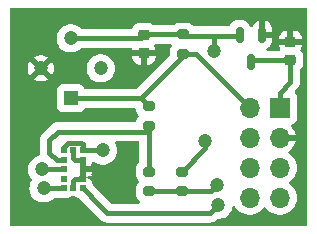
<source format=gbr>
%TF.GenerationSoftware,KiCad,Pcbnew,7.0.2*%
%TF.CreationDate,2023-05-24T09:21:19+02:00*%
%TF.ProjectId,PCB_Ewine,5043425f-4577-4696-9e65-2e6b69636164,rev?*%
%TF.SameCoordinates,Original*%
%TF.FileFunction,Copper,L1,Top*%
%TF.FilePolarity,Positive*%
%FSLAX46Y46*%
G04 Gerber Fmt 4.6, Leading zero omitted, Abs format (unit mm)*
G04 Created by KiCad (PCBNEW 7.0.2) date 2023-05-24 09:21:19*
%MOMM*%
%LPD*%
G01*
G04 APERTURE LIST*
G04 Aperture macros list*
%AMRoundRect*
0 Rectangle with rounded corners*
0 $1 Rounding radius*
0 $2 $3 $4 $5 $6 $7 $8 $9 X,Y pos of 4 corners*
0 Add a 4 corners polygon primitive as box body*
4,1,4,$2,$3,$4,$5,$6,$7,$8,$9,$2,$3,0*
0 Add four circle primitives for the rounded corners*
1,1,$1+$1,$2,$3*
1,1,$1+$1,$4,$5*
1,1,$1+$1,$6,$7*
1,1,$1+$1,$8,$9*
0 Add four rect primitives between the rounded corners*
20,1,$1+$1,$2,$3,$4,$5,0*
20,1,$1+$1,$4,$5,$6,$7,0*
20,1,$1+$1,$6,$7,$8,$9,0*
20,1,$1+$1,$8,$9,$2,$3,0*%
G04 Aperture macros list end*
%TA.AperFunction,SMDPad,CuDef*%
%ADD10RoundRect,0.200000X0.275000X-0.200000X0.275000X0.200000X-0.275000X0.200000X-0.275000X-0.200000X0*%
%TD*%
%TA.AperFunction,SMDPad,CuDef*%
%ADD11RoundRect,0.225000X0.250000X-0.225000X0.250000X0.225000X-0.250000X0.225000X-0.250000X-0.225000X0*%
%TD*%
%TA.AperFunction,SMDPad,CuDef*%
%ADD12RoundRect,0.200000X-0.275000X0.200000X-0.275000X-0.200000X0.275000X-0.200000X0.275000X0.200000X0*%
%TD*%
%TA.AperFunction,ComponentPad*%
%ADD13R,1.198000X1.198000*%
%TD*%
%TA.AperFunction,ComponentPad*%
%ADD14C,1.198000*%
%TD*%
%TA.AperFunction,SMDPad,CuDef*%
%ADD15RoundRect,0.150000X-0.150000X0.512500X-0.150000X-0.512500X0.150000X-0.512500X0.150000X0.512500X0*%
%TD*%
%TA.AperFunction,ComponentPad*%
%ADD16R,1.700000X1.700000*%
%TD*%
%TA.AperFunction,ComponentPad*%
%ADD17O,1.700000X1.700000*%
%TD*%
%TA.AperFunction,SMDPad,CuDef*%
%ADD18R,0.508000X0.508000*%
%TD*%
%TA.AperFunction,SMDPad,CuDef*%
%ADD19RoundRect,0.225000X-0.250000X0.225000X-0.250000X-0.225000X0.250000X-0.225000X0.250000X0.225000X0*%
%TD*%
%TA.AperFunction,ViaPad*%
%ADD20C,1.200000*%
%TD*%
%TA.AperFunction,Conductor*%
%ADD21C,0.400000*%
%TD*%
G04 APERTURE END LIST*
D10*
%TO.P,R2,1*%
%TO.N,/SCL*%
X144500000Y-38925000D03*
%TO.P,R2,2*%
%TO.N,/3.6V*%
X144500000Y-37275000D03*
%TD*%
D11*
%TO.P,C4,1*%
%TO.N,/5V*%
X153600000Y-39450000D03*
%TO.P,C4,2*%
%TO.N,/GND*%
X153600000Y-37900000D03*
%TD*%
D12*
%TO.P,R5,1*%
%TO.N,/SCL_VL*%
X141600000Y-48900000D03*
%TO.P,R5,2*%
%TO.N,/3.3V*%
X141600000Y-50550000D03*
%TD*%
D13*
%TO.P,M1,1,SCL/VZ*%
%TO.N,/SCL*%
X135000000Y-42680000D03*
D14*
%TO.P,M1,2,SDA/PWM*%
%TO.N,/SDA*%
X137540000Y-40140000D03*
%TO.P,M1,3,VDD*%
%TO.N,/3.6V*%
X135000000Y-37600000D03*
%TO.P,M1,4,VSS*%
%TO.N,/GND*%
X132460000Y-40140000D03*
%TD*%
D15*
%TO.P,U2,1,GND*%
%TO.N,/GND*%
X151200000Y-37300000D03*
%TO.P,U2,2,VO*%
%TO.N,/3.6V*%
X149300000Y-37300000D03*
%TO.P,U2,3,VI*%
%TO.N,/5V*%
X150250000Y-39575000D03*
%TD*%
D10*
%TO.P,R7,1*%
%TO.N,/SCL_VL*%
X141600000Y-45000000D03*
%TO.P,R7,2*%
%TO.N,/SCL*%
X141600000Y-43350000D03*
%TD*%
D12*
%TO.P,R6,1*%
%TO.N,/SDA_VL*%
X144400000Y-48900000D03*
%TO.P,R6,2*%
%TO.N,/3.3V*%
X144400000Y-50550000D03*
%TD*%
D16*
%TO.P,J1,1,Pin_1*%
%TO.N,/5V*%
X152700000Y-43480000D03*
D17*
%TO.P,J1,2,Pin_2*%
%TO.N,/SCL*%
X150160000Y-43480000D03*
%TO.P,J1,3,Pin_3*%
%TO.N,/GND*%
X152700000Y-46020000D03*
%TO.P,J1,4,Pin_4*%
%TO.N,/SDA*%
X150160000Y-46020000D03*
%TO.P,J1,5,Pin_5*%
%TO.N,unconnected-(J1-Pin_5-Pad5)*%
X152700000Y-48560000D03*
%TO.P,J1,6,Pin_6*%
%TO.N,/3.3V*%
X150160000Y-48560000D03*
%TO.P,J1,7,Pin_7*%
%TO.N,/GPIO_IRQ*%
X152700000Y-51100000D03*
%TO.P,J1,8,Pin_8*%
%TO.N,/XSHUT*%
X150160000Y-51100000D03*
%TD*%
D18*
%TO.P,U1,1,AVDDVCSEL*%
%TO.N,/3.3V*%
X135999973Y-47100001D03*
%TO.P,U1,2,AVSSVCSEL*%
%TO.N,/GND*%
X135999973Y-47899999D03*
%TO.P,U1,3,GND*%
X135999973Y-48700000D03*
%TO.P,U1,4,GND2*%
X135999973Y-49500001D03*
%TO.P,U1,5,XSHUT*%
%TO.N,/XSHUT*%
X135999973Y-50299999D03*
%TO.P,U1,6,GND3*%
%TO.N,/GND*%
X135200000Y-50299946D03*
%TO.P,U1,7,GPIO1*%
%TO.N,/GPIO_IRQ*%
X134400027Y-50299999D03*
%TO.P,U1,8,DNC*%
%TO.N,unconnected-(U1-DNC-Pad8)*%
X134400027Y-49500001D03*
%TO.P,U1,9,SDA*%
%TO.N,/SDA_VL*%
X134400027Y-48700000D03*
%TO.P,U1,10,SCL*%
%TO.N,/SCL_VL*%
X134400027Y-47899999D03*
%TO.P,U1,11,AVDD*%
%TO.N,/3.3V*%
X134400027Y-47100001D03*
%TO.P,U1,12,GND4*%
%TO.N,/GND*%
X135200000Y-47100054D03*
%TD*%
D19*
%TO.P,C5,1*%
%TO.N,/3.6V*%
X141200000Y-37325000D03*
%TO.P,C5,2*%
%TO.N,/GND*%
X141200000Y-38875000D03*
%TD*%
D20*
%TO.N,/3.6V*%
X147100000Y-38700000D03*
%TO.N,/GND*%
X137700000Y-49200000D03*
X139600000Y-44100000D03*
%TO.N,/3.3V*%
X137700000Y-47100000D03*
X147400000Y-50000000D03*
%TO.N,/XSHUT*%
X147500000Y-51700000D03*
%TO.N,/GPIO_IRQ*%
X132700000Y-50300000D03*
%TO.N,/SDA_VL*%
X132600000Y-48700000D03*
X146400000Y-46300000D03*
%TD*%
D21*
%TO.N,/SCL*%
X144500000Y-38925000D02*
X145605000Y-38925000D01*
X144500000Y-38925000D02*
X144500000Y-39110000D01*
X140930000Y-42680000D02*
X141600000Y-43350000D01*
X135000000Y-42680000D02*
X140930000Y-42680000D01*
X144500000Y-39110000D02*
X140930000Y-42680000D01*
X145605000Y-38925000D02*
X150160000Y-43480000D01*
%TO.N,/3.6V*%
X149200000Y-37400000D02*
X149300000Y-37300000D01*
X147100000Y-37400000D02*
X144625000Y-37400000D01*
X141250000Y-37275000D02*
X141200000Y-37325000D01*
X144625000Y-37400000D02*
X144500000Y-37275000D01*
X147100000Y-37400000D02*
X149200000Y-37400000D01*
X140925000Y-37600000D02*
X135000000Y-37600000D01*
X141200000Y-37325000D02*
X140925000Y-37600000D01*
X147100000Y-37400000D02*
X147100000Y-38700000D01*
X144500000Y-37275000D02*
X141250000Y-37275000D01*
%TO.N,/GND*%
X135345945Y-47899999D02*
X135999973Y-47899999D01*
X135200000Y-47754054D02*
X135345945Y-47899999D01*
X135999973Y-48700000D02*
X135999973Y-49500001D01*
X135345973Y-49500001D02*
X135200000Y-49645974D01*
X135200000Y-49645974D02*
X135200000Y-50299946D01*
X135999973Y-47899999D02*
X135999973Y-48700000D01*
X135999973Y-49500001D02*
X135345973Y-49500001D01*
X135200000Y-47100054D02*
X135200000Y-47754054D01*
%TO.N,/3.3V*%
X134400027Y-46799973D02*
X134400027Y-47100001D01*
X144400000Y-50550000D02*
X141600000Y-50550000D01*
X146900000Y-50500000D02*
X144450000Y-50500000D01*
X135854000Y-46446054D02*
X134753946Y-46446054D01*
X147400000Y-50000000D02*
X146900000Y-50500000D01*
X137700000Y-47100000D02*
X135999973Y-47100001D01*
X134753946Y-46446054D02*
X134400027Y-46799973D01*
X144450000Y-50500000D02*
X144400000Y-50550000D01*
X135999973Y-46592027D02*
X135854000Y-46446054D01*
X135999973Y-47100001D02*
X135999973Y-46592027D01*
%TO.N,/XSHUT*%
X137400000Y-51700000D02*
X138100000Y-52400000D01*
X138100000Y-52400000D02*
X146800000Y-52400000D01*
X137399974Y-51700000D02*
X135999973Y-50299999D01*
X137399974Y-51700000D02*
X137400000Y-51700000D01*
X146800000Y-52400000D02*
X147500000Y-51700000D01*
%TO.N,/GPIO_IRQ*%
X132700000Y-50300000D02*
X134400027Y-50299999D01*
%TO.N,/SDA_VL*%
X146400000Y-46300000D02*
X146400000Y-46900000D01*
X134400027Y-48700000D02*
X132600000Y-48700000D01*
X146400000Y-46900000D02*
X144400000Y-48900000D01*
%TO.N,/SCL_VL*%
X134400027Y-47899999D02*
X133799999Y-47899999D01*
X141600000Y-45000000D02*
X141600000Y-45500000D01*
X133200000Y-47300000D02*
X133200000Y-46200000D01*
X133900000Y-45500000D02*
X141600000Y-45500000D01*
X133200000Y-46200000D02*
X133900000Y-45500000D01*
X133799999Y-47899999D02*
X133200000Y-47300000D01*
X141600000Y-45500000D02*
X141600000Y-48900000D01*
%TO.N,/5V*%
X152700000Y-42200000D02*
X153600000Y-41300000D01*
X153600000Y-39450000D02*
X150375000Y-39450000D01*
X152700000Y-43480000D02*
X152700000Y-42200000D01*
X150375000Y-39450000D02*
X150250000Y-39575000D01*
X153600000Y-41300000D02*
X153600000Y-39450000D01*
%TD*%
%TA.AperFunction,Conductor*%
%TO.N,/GND*%
G36*
X140741621Y-46320502D02*
G01*
X140788114Y-46374158D01*
X140799500Y-46426500D01*
X140799500Y-48041231D01*
X140779498Y-48109352D01*
X140762595Y-48130326D01*
X140695184Y-48197736D01*
X140599210Y-48350478D01*
X140539632Y-48520742D01*
X140539632Y-48520745D01*
X140524500Y-48655046D01*
X140524500Y-49144954D01*
X140524894Y-49148456D01*
X140524895Y-49148463D01*
X140539632Y-49279257D01*
X140599210Y-49449521D01*
X140695184Y-49602263D01*
X140728826Y-49635905D01*
X140762852Y-49698217D01*
X140757787Y-49769032D01*
X140728826Y-49814095D01*
X140695184Y-49847736D01*
X140599210Y-50000478D01*
X140539632Y-50170742D01*
X140525069Y-50300000D01*
X140524500Y-50305046D01*
X140524500Y-50794954D01*
X140524894Y-50798456D01*
X140524895Y-50798463D01*
X140539632Y-50929257D01*
X140599210Y-51099521D01*
X140695184Y-51252263D01*
X140827326Y-51384405D01*
X140861352Y-51446717D01*
X140856287Y-51517532D01*
X140813740Y-51574368D01*
X140747220Y-51599179D01*
X140738231Y-51599500D01*
X138483768Y-51599500D01*
X138415647Y-51579498D01*
X138394673Y-51562595D01*
X137892287Y-51060209D01*
X137892158Y-51060106D01*
X136887109Y-50055057D01*
X136853083Y-49992745D01*
X136851282Y-49982407D01*
X136839017Y-49889238D01*
X136835823Y-49881528D01*
X136793131Y-49778459D01*
X136778508Y-49743155D01*
X136682255Y-49617716D01*
X136556815Y-49521463D01*
X136477018Y-49488410D01*
X136421737Y-49443861D01*
X136399316Y-49376498D01*
X136416874Y-49307707D01*
X136468836Y-49259329D01*
X136525236Y-49246001D01*
X136761973Y-49246001D01*
X136761973Y-49200778D01*
X136761613Y-49194062D01*
X136753776Y-49121171D01*
X136756470Y-49120881D01*
X136753060Y-49073221D01*
X136755141Y-49066134D01*
X136761613Y-49005938D01*
X136761973Y-48999222D01*
X136761973Y-48954000D01*
X136253973Y-48954000D01*
X136253973Y-49258968D01*
X136272401Y-49292716D01*
X136267336Y-49363531D01*
X136224789Y-49420367D01*
X136158269Y-49445178D01*
X136149280Y-49445499D01*
X135850665Y-49445499D01*
X135782544Y-49425497D01*
X135736051Y-49371841D01*
X135725947Y-49301567D01*
X135745973Y-49257718D01*
X135745973Y-48141032D01*
X135727544Y-48107283D01*
X135732609Y-48036468D01*
X135775156Y-47979632D01*
X135841676Y-47954821D01*
X135850643Y-47954500D01*
X136127973Y-47954500D01*
X136196094Y-47974502D01*
X136242587Y-48028158D01*
X136253973Y-48080500D01*
X136253973Y-48446000D01*
X136761973Y-48446000D01*
X136761973Y-48400777D01*
X136761613Y-48394061D01*
X136753776Y-48321170D01*
X136756470Y-48320880D01*
X136753060Y-48273220D01*
X136755141Y-48266133D01*
X136761613Y-48205937D01*
X136761973Y-48199221D01*
X136761973Y-48154710D01*
X136781975Y-48086589D01*
X136835631Y-48040096D01*
X136905905Y-48029992D01*
X136963355Y-48056229D01*
X136963511Y-48055978D01*
X136965498Y-48057208D01*
X136970485Y-48059486D01*
X136972827Y-48061567D01*
X136973438Y-48062124D01*
X136973440Y-48062125D01*
X136973442Y-48062127D01*
X137162594Y-48179245D01*
X137162598Y-48179246D01*
X137162599Y-48179247D01*
X137370060Y-48259618D01*
X137588757Y-48300500D01*
X137588759Y-48300500D01*
X137811241Y-48300500D01*
X137811243Y-48300500D01*
X138029940Y-48259618D01*
X138237401Y-48179247D01*
X138237402Y-48179245D01*
X138237405Y-48179245D01*
X138353627Y-48107283D01*
X138426562Y-48062124D01*
X138590981Y-47912236D01*
X138725058Y-47734689D01*
X138824229Y-47535528D01*
X138885115Y-47321536D01*
X138905643Y-47100000D01*
X138885115Y-46878464D01*
X138824229Y-46664472D01*
X138824228Y-46664469D01*
X138733699Y-46482663D01*
X138721239Y-46412769D01*
X138748546Y-46347233D01*
X138806949Y-46306865D01*
X138846489Y-46300500D01*
X140673500Y-46300500D01*
X140741621Y-46320502D01*
G37*
%TD.AperFunction*%
%TA.AperFunction,Conductor*%
G36*
X154941621Y-35020502D02*
G01*
X154988114Y-35074158D01*
X154999500Y-35126500D01*
X154999500Y-53373500D01*
X154979498Y-53441621D01*
X154925842Y-53488114D01*
X154873500Y-53499500D01*
X129976500Y-53499500D01*
X129908379Y-53479498D01*
X129861886Y-53425842D01*
X129850500Y-53373500D01*
X129850500Y-48700000D01*
X131394357Y-48700000D01*
X131414885Y-48921536D01*
X131414885Y-48921539D01*
X131414886Y-48921540D01*
X131475770Y-49135527D01*
X131574942Y-49334689D01*
X131692437Y-49490278D01*
X131717527Y-49556694D01*
X131702727Y-49626130D01*
X131692440Y-49642138D01*
X131674943Y-49665309D01*
X131575770Y-49864472D01*
X131514886Y-50078459D01*
X131514885Y-50078464D01*
X131494357Y-50300000D01*
X131514885Y-50521536D01*
X131514885Y-50521539D01*
X131514886Y-50521540D01*
X131575770Y-50735527D01*
X131637969Y-50860438D01*
X131674942Y-50934689D01*
X131809019Y-51112236D01*
X131973438Y-51262124D01*
X131973440Y-51262125D01*
X131973441Y-51262126D01*
X132162594Y-51379245D01*
X132162598Y-51379246D01*
X132162599Y-51379247D01*
X132370060Y-51459618D01*
X132588757Y-51500500D01*
X132588759Y-51500500D01*
X132811241Y-51500500D01*
X132811243Y-51500500D01*
X133029940Y-51459618D01*
X133237401Y-51379247D01*
X133237402Y-51379245D01*
X133237405Y-51379245D01*
X133364582Y-51300500D01*
X133426562Y-51262124D01*
X133567782Y-51133384D01*
X133631601Y-51102273D01*
X133652669Y-51100499D01*
X133871149Y-51100499D01*
X133919365Y-51110089D01*
X133989265Y-51139043D01*
X134106666Y-51154499D01*
X134693387Y-51154498D01*
X134810789Y-51139043D01*
X134956868Y-51078535D01*
X134956868Y-51078534D01*
X134956870Y-51078534D01*
X135082306Y-50982283D01*
X135082305Y-50982283D01*
X135082309Y-50982281D01*
X135100039Y-50959174D01*
X135157375Y-50917309D01*
X135228246Y-50913087D01*
X135290149Y-50947851D01*
X135299953Y-50959165D01*
X135317691Y-50982281D01*
X135317693Y-50982283D01*
X135443130Y-51078534D01*
X135443131Y-51078534D01*
X135443132Y-51078535D01*
X135589211Y-51139043D01*
X135682383Y-51151309D01*
X135747310Y-51180031D01*
X135755020Y-51187124D01*
X136770157Y-52202262D01*
X136787877Y-52219982D01*
X136787880Y-52219984D01*
X136886366Y-52318470D01*
X136907862Y-52339966D01*
X136907988Y-52340066D01*
X137597738Y-53029816D01*
X137630054Y-53050122D01*
X137641577Y-53058298D01*
X137641580Y-53058300D01*
X137671413Y-53082091D01*
X137705799Y-53098650D01*
X137718153Y-53105478D01*
X137750478Y-53125789D01*
X137786508Y-53138396D01*
X137799545Y-53143795D01*
X137833939Y-53160359D01*
X137870554Y-53168716D01*
X137871144Y-53168851D01*
X137884720Y-53172762D01*
X137920745Y-53185368D01*
X137958677Y-53189641D01*
X137972586Y-53192004D01*
X138009805Y-53200500D01*
X138009807Y-53200500D01*
X146890195Y-53200500D01*
X146904852Y-53197154D01*
X146927404Y-53192006D01*
X146941319Y-53189642D01*
X146979255Y-53185368D01*
X147015280Y-53172761D01*
X147028854Y-53168852D01*
X147066057Y-53160361D01*
X147066057Y-53160360D01*
X147066061Y-53160360D01*
X147100459Y-53143794D01*
X147113488Y-53138397D01*
X147149522Y-53125789D01*
X147181840Y-53105481D01*
X147194196Y-53098652D01*
X147228587Y-53082091D01*
X147258434Y-53058287D01*
X147269934Y-53050127D01*
X147302262Y-53029816D01*
X147302263Y-53029814D01*
X147394674Y-52937405D01*
X147456986Y-52903379D01*
X147483769Y-52900500D01*
X147611241Y-52900500D01*
X147611243Y-52900500D01*
X147829940Y-52859618D01*
X148037401Y-52779247D01*
X148037402Y-52779245D01*
X148037405Y-52779245D01*
X148131981Y-52720685D01*
X148226562Y-52662124D01*
X148390981Y-52512236D01*
X148525058Y-52334689D01*
X148624229Y-52135528D01*
X148685115Y-51921536D01*
X148686433Y-51907302D01*
X148712635Y-51841320D01*
X148770352Y-51799976D01*
X148841258Y-51796399D01*
X148902842Y-51831725D01*
X148917373Y-51850006D01*
X149011429Y-51993969D01*
X149174236Y-52170825D01*
X149363933Y-52318472D01*
X149575344Y-52432882D01*
X149802703Y-52510934D01*
X150039808Y-52550500D01*
X150039811Y-52550500D01*
X150280189Y-52550500D01*
X150280192Y-52550500D01*
X150517297Y-52510934D01*
X150744656Y-52432882D01*
X150956067Y-52318472D01*
X151145764Y-52170825D01*
X151308571Y-51993969D01*
X151324518Y-51969559D01*
X151378520Y-51923473D01*
X151448868Y-51913897D01*
X151513225Y-51943874D01*
X151535480Y-51969558D01*
X151551429Y-51993969D01*
X151714236Y-52170825D01*
X151903933Y-52318472D01*
X152115344Y-52432882D01*
X152342703Y-52510934D01*
X152579808Y-52550500D01*
X152579811Y-52550500D01*
X152820189Y-52550500D01*
X152820192Y-52550500D01*
X153057297Y-52510934D01*
X153284656Y-52432882D01*
X153496067Y-52318472D01*
X153685764Y-52170825D01*
X153848571Y-51993969D01*
X153980049Y-51792728D01*
X154076610Y-51572591D01*
X154135620Y-51339563D01*
X154155471Y-51100000D01*
X154135620Y-50860437D01*
X154076610Y-50627409D01*
X153980049Y-50407272D01*
X153848571Y-50206031D01*
X153685764Y-50029175D01*
X153557613Y-49929431D01*
X153516143Y-49871807D01*
X153512409Y-49800908D01*
X153547599Y-49739246D01*
X153557614Y-49730568D01*
X153564768Y-49725000D01*
X153685764Y-49630825D01*
X153848571Y-49453969D01*
X153980049Y-49252728D01*
X154076610Y-49032591D01*
X154135620Y-48799563D01*
X154155471Y-48560000D01*
X154135620Y-48320437D01*
X154076610Y-48087409D01*
X153980049Y-47867272D01*
X153848571Y-47666031D01*
X153728434Y-47535527D01*
X153685767Y-47489178D01*
X153685766Y-47489177D01*
X153685764Y-47489175D01*
X153496067Y-47341528D01*
X153496064Y-47341526D01*
X153487828Y-47335116D01*
X153489133Y-47333438D01*
X153448352Y-47292962D01*
X153433001Y-47223645D01*
X153457563Y-47157032D01*
X153481322Y-47132731D01*
X153622903Y-47022533D01*
X153775321Y-46856962D01*
X153898419Y-46668548D01*
X153988822Y-46462451D01*
X154036544Y-46274000D01*
X153131116Y-46274000D01*
X153159493Y-46229844D01*
X153200000Y-46091889D01*
X153200000Y-45948111D01*
X153159493Y-45810156D01*
X153131116Y-45766000D01*
X154036544Y-45766000D01*
X154036544Y-45765999D01*
X153988822Y-45577548D01*
X153898419Y-45371451D01*
X153775321Y-45183037D01*
X153699966Y-45101179D01*
X153668545Y-45037514D01*
X153676532Y-44966968D01*
X153721391Y-44911940D01*
X153744445Y-44899435D01*
X153852841Y-44854536D01*
X153852841Y-44854535D01*
X153852843Y-44854535D01*
X153978282Y-44758282D01*
X154011776Y-44714632D01*
X154074536Y-44632841D01*
X154135044Y-44486762D01*
X154150500Y-44369361D01*
X154150499Y-42590640D01*
X154135044Y-42473238D01*
X154074536Y-42327159D01*
X154074535Y-42327158D01*
X154074535Y-42327157D01*
X153981325Y-42205684D01*
X153955724Y-42139464D01*
X153969988Y-42069915D01*
X153992188Y-42039889D01*
X154197826Y-41834252D01*
X154197825Y-41834252D01*
X154229816Y-41802262D01*
X154229819Y-41802256D01*
X154234420Y-41797656D01*
X154237175Y-41790548D01*
X154250133Y-41769926D01*
X154258287Y-41758434D01*
X154282091Y-41728587D01*
X154298652Y-41694196D01*
X154305481Y-41681840D01*
X154325789Y-41649522D01*
X154338397Y-41613488D01*
X154343794Y-41600459D01*
X154360360Y-41566061D01*
X154368851Y-41528854D01*
X154372764Y-41515273D01*
X154385368Y-41479255D01*
X154389642Y-41441319D01*
X154392008Y-41427398D01*
X154400500Y-41390194D01*
X154400500Y-40352005D01*
X154420502Y-40283884D01*
X154429654Y-40273708D01*
X154428574Y-40272840D01*
X154535354Y-40139999D01*
X154549653Y-40122210D01*
X154629433Y-39961349D01*
X154672766Y-39787100D01*
X154675500Y-39746784D01*
X154675500Y-39153216D01*
X154672766Y-39112900D01*
X154629433Y-38938651D01*
X154549653Y-38777790D01*
X154468991Y-38677442D01*
X154441905Y-38611820D01*
X154454596Y-38541967D01*
X154459959Y-38532358D01*
X154518846Y-38436888D01*
X154572743Y-38274238D01*
X154582674Y-38177028D01*
X154583000Y-38170638D01*
X154583000Y-38154000D01*
X152617000Y-38154000D01*
X152617000Y-38170638D01*
X152617325Y-38177028D01*
X152627256Y-38274238D01*
X152681153Y-38436885D01*
X152693777Y-38457352D01*
X152712515Y-38525831D01*
X152691256Y-38593570D01*
X152636750Y-38639063D01*
X152586537Y-38649500D01*
X151687913Y-38649500D01*
X151619792Y-38629498D01*
X151573299Y-38575842D01*
X151563195Y-38505568D01*
X151592689Y-38440988D01*
X151623775Y-38415046D01*
X151756499Y-38336554D01*
X151874052Y-38219001D01*
X151958681Y-38075899D01*
X152005064Y-37916252D01*
X152007806Y-37881415D01*
X152008000Y-37876486D01*
X152008000Y-37646000D01*
X152617000Y-37646000D01*
X153346000Y-37646000D01*
X153346000Y-36942000D01*
X153854000Y-36942000D01*
X153854000Y-37646000D01*
X154583000Y-37646000D01*
X154583000Y-37629361D01*
X154582674Y-37622971D01*
X154572743Y-37525761D01*
X154518847Y-37363114D01*
X154428888Y-37217268D01*
X154307731Y-37096111D01*
X154161885Y-37006152D01*
X153999238Y-36952256D01*
X153902028Y-36942325D01*
X153895639Y-36942000D01*
X153854000Y-36942000D01*
X153346000Y-36942000D01*
X153304361Y-36942000D01*
X153297971Y-36942325D01*
X153200761Y-36952256D01*
X153038114Y-37006152D01*
X152892268Y-37096111D01*
X152771111Y-37217268D01*
X152681152Y-37363114D01*
X152627256Y-37525761D01*
X152617325Y-37622971D01*
X152617000Y-37629361D01*
X152617000Y-37646000D01*
X152008000Y-37646000D01*
X152008000Y-37554000D01*
X151072000Y-37554000D01*
X151003879Y-37533998D01*
X150957386Y-37480342D01*
X150946000Y-37428000D01*
X150946000Y-36132507D01*
X151454000Y-36132507D01*
X151454000Y-37046000D01*
X152007999Y-37046000D01*
X152007999Y-36723516D01*
X152007805Y-36718582D01*
X152005064Y-36683747D01*
X151958682Y-36524101D01*
X151874052Y-36380998D01*
X151756501Y-36263447D01*
X151613399Y-36178818D01*
X151454000Y-36132507D01*
X150946000Y-36132507D01*
X150786600Y-36178818D01*
X150643498Y-36263447D01*
X150525947Y-36380998D01*
X150441316Y-36524103D01*
X150419881Y-36597881D01*
X150381668Y-36657716D01*
X150317171Y-36687392D01*
X150246868Y-36677488D01*
X150193081Y-36631148D01*
X150179284Y-36602367D01*
X150134814Y-36468166D01*
X150042712Y-36318844D01*
X149918656Y-36194788D01*
X149769334Y-36102686D01*
X149769331Y-36102684D01*
X149602800Y-36047501D01*
X149503193Y-36037325D01*
X149503187Y-36037324D01*
X149500009Y-36037000D01*
X149496803Y-36037000D01*
X149103199Y-36037000D01*
X149103179Y-36037000D01*
X149099992Y-36037001D01*
X149096814Y-36037325D01*
X149096806Y-36037326D01*
X148997199Y-36047501D01*
X148830668Y-36102684D01*
X148681341Y-36194790D01*
X148557290Y-36318841D01*
X148465184Y-36468169D01*
X148450285Y-36513133D01*
X148409871Y-36571505D01*
X148344315Y-36598760D01*
X148330681Y-36599500D01*
X147152031Y-36599500D01*
X147137925Y-36598708D01*
X147100000Y-36594435D01*
X147062075Y-36598708D01*
X147047969Y-36599500D01*
X145483769Y-36599500D01*
X145415648Y-36579498D01*
X145394674Y-36562595D01*
X145277263Y-36445184D01*
X145124521Y-36349210D01*
X144954257Y-36289632D01*
X144823463Y-36274895D01*
X144823456Y-36274894D01*
X144819954Y-36274500D01*
X144180046Y-36274500D01*
X144176544Y-36274894D01*
X144176536Y-36274895D01*
X144045742Y-36289632D01*
X143875478Y-36349210D01*
X143710717Y-36452737D01*
X143708642Y-36449435D01*
X143668014Y-36471621D01*
X143641231Y-36474500D01*
X142033824Y-36474500D01*
X141965703Y-36454498D01*
X141954884Y-36446706D01*
X141897212Y-36400348D01*
X141736348Y-36320566D01*
X141562096Y-36277233D01*
X141523930Y-36274645D01*
X141523914Y-36274644D01*
X141521784Y-36274500D01*
X140878216Y-36274500D01*
X140876086Y-36274644D01*
X140876069Y-36274645D01*
X140837903Y-36277233D01*
X140663651Y-36320566D01*
X140502787Y-36400348D01*
X140362840Y-36512840D01*
X140250346Y-36652790D01*
X140212309Y-36729484D01*
X140164123Y-36781624D01*
X140099430Y-36799500D01*
X135951184Y-36799500D01*
X135883063Y-36779498D01*
X135866298Y-36766615D01*
X135725957Y-36638677D01*
X135630380Y-36579498D01*
X135536955Y-36521651D01*
X135407811Y-36471621D01*
X135329665Y-36441347D01*
X135111150Y-36400500D01*
X134888850Y-36400500D01*
X134670334Y-36441346D01*
X134670335Y-36441347D01*
X134463044Y-36521651D01*
X134274044Y-36638676D01*
X134109760Y-36788441D01*
X133975796Y-36965836D01*
X133876707Y-37164835D01*
X133815872Y-37378645D01*
X133795361Y-37600000D01*
X133815872Y-37821354D01*
X133876707Y-38035164D01*
X133975796Y-38234163D01*
X134034577Y-38312001D01*
X134109761Y-38411560D01*
X134274043Y-38561323D01*
X134399597Y-38639063D01*
X134461587Y-38677446D01*
X134463046Y-38678349D01*
X134670335Y-38758653D01*
X134888850Y-38799500D01*
X134888852Y-38799500D01*
X135111148Y-38799500D01*
X135111150Y-38799500D01*
X135329665Y-38758653D01*
X135536954Y-38678349D01*
X135725957Y-38561323D01*
X135866298Y-38433384D01*
X135930116Y-38402274D01*
X135951184Y-38400500D01*
X140097971Y-38400500D01*
X140166092Y-38420502D01*
X140212585Y-38474158D01*
X140223319Y-38539306D01*
X140217325Y-38597971D01*
X140217000Y-38604361D01*
X140217000Y-38621000D01*
X142183000Y-38621000D01*
X142183000Y-38604361D01*
X142182674Y-38597971D01*
X142172743Y-38500761D01*
X142118847Y-38338115D01*
X142075382Y-38267647D01*
X142056645Y-38199168D01*
X142077904Y-38131429D01*
X142132411Y-38085937D01*
X142182623Y-38075500D01*
X143459720Y-38075500D01*
X143527841Y-38095502D01*
X143574334Y-38149158D01*
X143584438Y-38219432D01*
X143566407Y-38268536D01*
X143499210Y-38375478D01*
X143439632Y-38545742D01*
X143427942Y-38649500D01*
X143424500Y-38680046D01*
X143424500Y-38683582D01*
X143424500Y-39001231D01*
X143404498Y-39069352D01*
X143387595Y-39090326D01*
X140635327Y-41842595D01*
X140573015Y-41876621D01*
X140546232Y-41879500D01*
X136249704Y-41879500D01*
X136181583Y-41859498D01*
X136135090Y-41805842D01*
X136133296Y-41801719D01*
X136123536Y-41778159D01*
X136027282Y-41652717D01*
X135901842Y-41556464D01*
X135755761Y-41495955D01*
X135642448Y-41481038D01*
X135642447Y-41481037D01*
X135638361Y-41480500D01*
X135634239Y-41480500D01*
X134365763Y-41480500D01*
X134365747Y-41480500D01*
X134361640Y-41480501D01*
X134357556Y-41481038D01*
X134357550Y-41481039D01*
X134244239Y-41495955D01*
X134098156Y-41556464D01*
X133972717Y-41652717D01*
X133876464Y-41778157D01*
X133815955Y-41924238D01*
X133802098Y-42029500D01*
X133800500Y-42041639D01*
X133800500Y-42045759D01*
X133800500Y-42045760D01*
X133800500Y-43314236D01*
X133800500Y-43314251D01*
X133800501Y-43318360D01*
X133801038Y-43322444D01*
X133801039Y-43322449D01*
X133815955Y-43435760D01*
X133876464Y-43581843D01*
X133972717Y-43707282D01*
X134098157Y-43803535D01*
X134098158Y-43803535D01*
X134098159Y-43803536D01*
X134244238Y-43864044D01*
X134361639Y-43879500D01*
X135638360Y-43879499D01*
X135755762Y-43864044D01*
X135901841Y-43803536D01*
X135901841Y-43803535D01*
X135901843Y-43803535D01*
X136027282Y-43707282D01*
X136027282Y-43707281D01*
X136123536Y-43581841D01*
X136126231Y-43575334D01*
X136133296Y-43558281D01*
X136177844Y-43503001D01*
X136245208Y-43480580D01*
X136249704Y-43480500D01*
X140399148Y-43480500D01*
X140467269Y-43500502D01*
X140513762Y-43554158D01*
X140524839Y-43598984D01*
X140524500Y-43594953D01*
X140539632Y-43729257D01*
X140599210Y-43899521D01*
X140695184Y-44052263D01*
X140728825Y-44085904D01*
X140762851Y-44148216D01*
X140757786Y-44219031D01*
X140728827Y-44264092D01*
X140695185Y-44297734D01*
X140599210Y-44450478D01*
X140541602Y-44615115D01*
X140500224Y-44672807D01*
X140434223Y-44698969D01*
X140422673Y-44699500D01*
X133809804Y-44699500D01*
X133772595Y-44707992D01*
X133758677Y-44710357D01*
X133739751Y-44712490D01*
X133720740Y-44714632D01*
X133684717Y-44727237D01*
X133671148Y-44731147D01*
X133633938Y-44739641D01*
X133599558Y-44756197D01*
X133586512Y-44761601D01*
X133550477Y-44774211D01*
X133518152Y-44794521D01*
X133505792Y-44801352D01*
X133471412Y-44817909D01*
X133441573Y-44841704D01*
X133430056Y-44849876D01*
X133397736Y-44870185D01*
X133365748Y-44902174D01*
X132680018Y-45587902D01*
X132680014Y-45587908D01*
X132570183Y-45697738D01*
X132549876Y-45730056D01*
X132541704Y-45741573D01*
X132517907Y-45771415D01*
X132501344Y-45805805D01*
X132494515Y-45818162D01*
X132474210Y-45850478D01*
X132461605Y-45886500D01*
X132456201Y-45899547D01*
X132439638Y-45933941D01*
X132431146Y-45971147D01*
X132427237Y-45984718D01*
X132414631Y-46020747D01*
X132410358Y-46058664D01*
X132407993Y-46072585D01*
X132399500Y-46109803D01*
X132399500Y-47404390D01*
X132396614Y-47404390D01*
X132393562Y-47454101D01*
X132351592Y-47511363D01*
X132298222Y-47535117D01*
X132270062Y-47540381D01*
X132062594Y-47620754D01*
X131873441Y-47737873D01*
X131709018Y-47887765D01*
X131574942Y-48065310D01*
X131475770Y-48264472D01*
X131414886Y-48478459D01*
X131414885Y-48478464D01*
X131394357Y-48700000D01*
X129850500Y-48700000D01*
X129850500Y-41081487D01*
X131877721Y-41081487D01*
X131964452Y-41135190D01*
X132155756Y-41209301D01*
X132357423Y-41247000D01*
X132562577Y-41247000D01*
X132764243Y-41209301D01*
X132955548Y-41135189D01*
X133042276Y-41081488D01*
X132460000Y-40499210D01*
X132459999Y-40499210D01*
X131877721Y-41081487D01*
X129850500Y-41081487D01*
X129850500Y-40140000D01*
X131348257Y-40140000D01*
X131367187Y-40344279D01*
X131423330Y-40541605D01*
X131514779Y-40725260D01*
X131515101Y-40725685D01*
X131515102Y-40725686D01*
X132039955Y-40200833D01*
X132115000Y-40200833D01*
X132156612Y-40315161D01*
X132234817Y-40408362D01*
X132340183Y-40469195D01*
X132429817Y-40485000D01*
X132490183Y-40485000D01*
X132579817Y-40469195D01*
X132685183Y-40408362D01*
X132763388Y-40315161D01*
X132805000Y-40200833D01*
X132805000Y-40139999D01*
X132819210Y-40139999D01*
X133404896Y-40725685D01*
X133405224Y-40725253D01*
X133496668Y-40541609D01*
X133552812Y-40344279D01*
X133571742Y-40140000D01*
X136335361Y-40140000D01*
X136355872Y-40361354D01*
X136416707Y-40575164D01*
X136515796Y-40774163D01*
X136556073Y-40827498D01*
X136649761Y-40951560D01*
X136814043Y-41101323D01*
X136950511Y-41185820D01*
X136989248Y-41209806D01*
X137003046Y-41218349D01*
X137210335Y-41298653D01*
X137428850Y-41339500D01*
X137428852Y-41339500D01*
X137651148Y-41339500D01*
X137651150Y-41339500D01*
X137869665Y-41298653D01*
X138076954Y-41218349D01*
X138265957Y-41101323D01*
X138430239Y-40951560D01*
X138564205Y-40774161D01*
X138663292Y-40575166D01*
X138724128Y-40361352D01*
X138744639Y-40140000D01*
X138724128Y-39918648D01*
X138663292Y-39704834D01*
X138564205Y-39505839D01*
X138430239Y-39328440D01*
X138265957Y-39178677D01*
X138185726Y-39129000D01*
X140217000Y-39129000D01*
X140217000Y-39145638D01*
X140217325Y-39152028D01*
X140227256Y-39249238D01*
X140281152Y-39411885D01*
X140371111Y-39557731D01*
X140492268Y-39678888D01*
X140638114Y-39768847D01*
X140800761Y-39822743D01*
X140897971Y-39832674D01*
X140904361Y-39833000D01*
X140946000Y-39833000D01*
X140946000Y-39129000D01*
X141454000Y-39129000D01*
X141454000Y-39833000D01*
X141495639Y-39833000D01*
X141502028Y-39832674D01*
X141599238Y-39822743D01*
X141761885Y-39768847D01*
X141907731Y-39678888D01*
X142028888Y-39557731D01*
X142118847Y-39411885D01*
X142172743Y-39249238D01*
X142182674Y-39152028D01*
X142183000Y-39145638D01*
X142183000Y-39129000D01*
X141454000Y-39129000D01*
X140946000Y-39129000D01*
X140217000Y-39129000D01*
X138185726Y-39129000D01*
X138123266Y-39090326D01*
X138076955Y-39061651D01*
X137950057Y-39012491D01*
X137869665Y-38981347D01*
X137651150Y-38940500D01*
X137428850Y-38940500D01*
X137210335Y-38981347D01*
X137003044Y-39061651D01*
X136814044Y-39178676D01*
X136649760Y-39328441D01*
X136515796Y-39505836D01*
X136416707Y-39704835D01*
X136355872Y-39918645D01*
X136335361Y-40140000D01*
X133571742Y-40140000D01*
X133552812Y-39935720D01*
X133496669Y-39738392D01*
X133405221Y-39554743D01*
X133404895Y-39554312D01*
X132819210Y-40139998D01*
X132819210Y-40139999D01*
X132805000Y-40139999D01*
X132805000Y-40079167D01*
X132763388Y-39964839D01*
X132685183Y-39871638D01*
X132579817Y-39810805D01*
X132490183Y-39795000D01*
X132429817Y-39795000D01*
X132340183Y-39810805D01*
X132234817Y-39871638D01*
X132156612Y-39964839D01*
X132115000Y-40079167D01*
X132115000Y-40200833D01*
X132039955Y-40200833D01*
X132100789Y-40139999D01*
X131515102Y-39554312D01*
X131514777Y-39554744D01*
X131423330Y-39738392D01*
X131367187Y-39935720D01*
X131348257Y-40140000D01*
X129850500Y-40140000D01*
X129850500Y-39198511D01*
X131877721Y-39198511D01*
X132459999Y-39780789D01*
X132460000Y-39780789D01*
X133042277Y-39198511D01*
X132955547Y-39144809D01*
X132764243Y-39070698D01*
X132562577Y-39033000D01*
X132357423Y-39033000D01*
X132155756Y-39070698D01*
X131964449Y-39144810D01*
X131877721Y-39198510D01*
X131877721Y-39198511D01*
X129850500Y-39198511D01*
X129850500Y-35126500D01*
X129870502Y-35058379D01*
X129924158Y-35011886D01*
X129976500Y-35000500D01*
X154873500Y-35000500D01*
X154941621Y-35020502D01*
G37*
%TD.AperFunction*%
%TD*%
M02*

</source>
